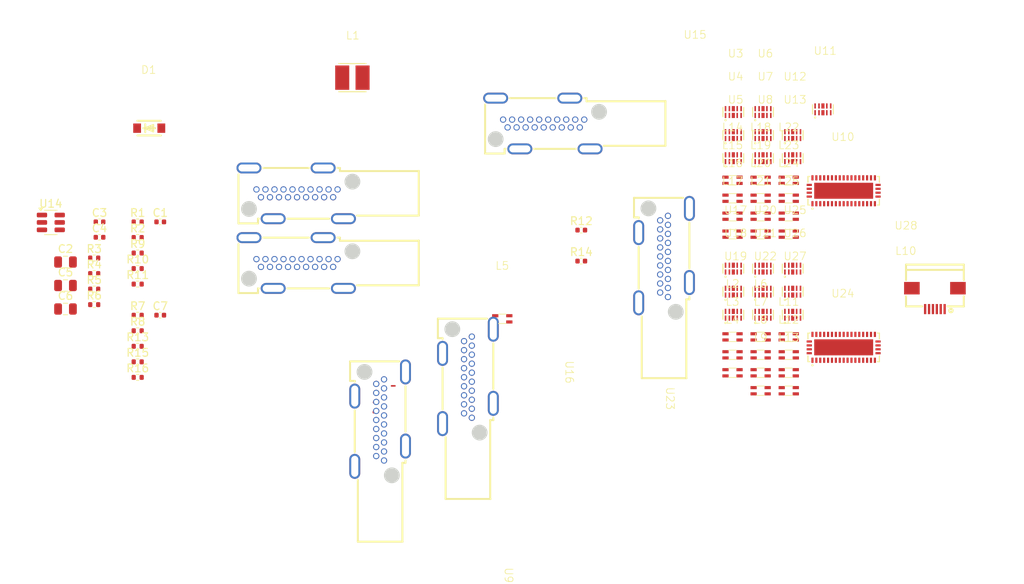
<source format=kicad_pcb>
(kicad_pcb (version 20240108) (generator "pcbnew") (generator_version "8.0")
  (layers (0 "F.Cu" signal) (31 "B.Cu" signal) (34 "B.Paste" user) (35 "F.Paste" user) (36 "B.SilkS" user "B.Silkscreen") (37 "F.SilkS" user "F.Silkscreen") (38 "B.Mask" user) (39 "F.Mask" user) (44 "Edge.Cuts" user))
  (net 0 "")
  (net 1 "GND")
  (net 2 "3V3")
  (net 3 "Net-(D1-K)")
  (net 4 "Net-(U14-SW)")
  (net 5 "Net-(U14-BS)")
  (net 6 "Net-(U14-FB)")
  (net 7 "Net-(U10-SEL1)")
  (net 8 "Net-(U10-EN)")
  (net 9 "Net-(U14-EN)")
  (net 10 "Net-(U24-SEL1)")
  (net 11 "Net-(U24-EN)")
  (net 12 "/hdmi_Port1/HDMI_C_HPD")
  (net 13 "+5V")
  (net 14 "/hdmi_Port1/HDMI_C_SDA")
  (net 15 "/hdmi_Port1/HDMI_C_SCL")
  (net 16 "/hdmi_port2/HDMI_SW2")
  (net 17 "/hdmi_port2/HDMI_F_SDA")
  (net 18 "/hdmi_port2/HDMI_F_HPD")
  (net 19 "/hdmi_Port1/HDMI_A_CEC")
  (net 20 "Net-(U1-D2-)")
  (net 21 "Net-(U1-D0-)")
  (net 22 "Net-(U1-D1+)")
  (net 24 "Net-(U1-SClock-)")
  (net 25 "Net-(U1-D0+)")
  (net 26 "Net-(U1-SClock+)")
  (net 27 "/hdmi_Port1/HDMI_A_HPD")
  (net 28 "Net-(U1-D1-)")
  (net 29 "/hdmi_Port1/HDMI_A_SDA")
  (net 30 "/hdmi_Port1/HDMI_A_SCL")
  (net 31 "HDMI_5V")
  (net 32 "Net-(U1-D2+)")
  (net 33 "Net-(U2-D1-)")
  (net 34 "Net-(U2-D0-)")
  (net 35 "Net-(U2-D2-)")
  (net 36 "Net-(U2-D2+)")
  (net 37 "Net-(U2-SClock+)")
  (net 38 "/hdmi_Port1/HDMI_C_CEC")
  (net 39 "Net-(U2-D1+)")
  (net 40 "Net-(U2-SClock-)")
  (net 42 "Net-(U2-D0+)")
  (net 43 "/hdmi_Port1/HDMI_B_SDA")
  (net 44 "Net-(U9-SClock-)")
  (net 45 "Net-(U9-D1+)")
  (net 46 "Net-(U9-D2+)")
  (net 47 "/hdmi_Port1/HDMI_B_HPD")
  (net 48 "Net-(U9-D0-)")
  (net 49 "/hdmi_Port1/HDMI_B_CEC")
  (net 50 "Net-(U9-SClock+)")
  (net 51 "Net-(U9-D2-)")
  (net 52 "unconnected-(U9-NC-Pad14)")
  (net 53 "Net-(U9-D1-)")
  (net 54 "/hdmi_Port1/HDMI_B_SCL")
  (net 55 "Net-(U9-D0+)")
  (net 56 "Net-(U15-D0+)")
  (net 57 "Net-(U15-D2+)")
  (net 58 "Net-(U15-SClock-)")
  (net 59 "Net-(U15-D1-)")
  (net 60 "/hdmi_port2/HDMI_D_HPD")
  (net 61 "/hdmi_port2/HDMI_D_SCL")
  (net 62 "Net-(U15-D0-)")
  (net 63 "Net-(U15-SClock+)")
  (net 64 "Net-(U15-D2-)")
  (net 65 "/hdmi_port2/HDMI_D_SDA")
  (net 66 "/hdmi_port2/HDMI_D_CEC")
  (net 68 "Net-(U15-D1+)")
  (net 69 "Net-(U16-D0+)")
  (net 71 "Net-(U16-SClock+)")
  (net 72 "Net-(U16-D1+)")
  (net 73 "/hdmi_port2/HDMI_F_SCL")
  (net 74 "Net-(U16-D0-)")
  (net 75 "Net-(U16-D2+)")
  (net 76 "Net-(U16-SClock-)")
  (net 77 "/hdmi_port2/HDMI_F_CEC")
  (net 78 "Net-(U16-D2-)")
  (net 79 "Net-(U16-D1-)")
  (net 80 "/hdmi_port2/HDMI_E_SDA")
  (net 81 "/hdmi_port2/HDMI_E_HPD")
  (net 83 "Net-(U23-D2-)")
  (net 84 "Net-(U23-D1-)")
  (net 85 "/hdmi_port2/HDMI_E_CEC")
  (net 86 "Net-(U23-D2+)")
  (net 87 "Net-(U23-D0-)")
  (net 88 "Net-(U23-SClock-)")
  (net 89 "Net-(U23-D1+)")
  (net 90 "Net-(U23-D0+)")
  (net 91 "Net-(U23-SClock+)")
  (net 92 "/hdmi_port2/HDMI_E_SCL")
  (net 93 "/hdmi_port2/HDMI_F_D2-")
  (net 94 "/hdmi_port2/HDMI_F_D2+")
  (net 95 "/hdmi_port2/HDMI_F_D1+")
  (net 96 "/hdmi_port2/HDMI_F_D1-")
  (net 97 "/hdmi_port2/HDMI_F_D0+")
  (net 98 "/hdmi_port2/HDMI_F_D0-")
  (net 99 "/hdmi_port2/HDMI_F_SClock-")
  (net 100 "/hdmi_port2/HDMI_F_SClock+")
  (net 101 "/hdmi_port2/HDMI_D_D2+")
  (net 102 "/hdmi_port2/HDMI_D_D2-")
  (net 103 "/hdmi_port2/HDMI_D_D1+")
  (net 104 "/hdmi_port2/HDMI_D_D1-")
  (net 105 "/hdmi_port2/HDMI_D_D0-")
  (net 106 "/hdmi_port2/HDMI_D_D0+")
  (net 107 "/hdmi_port2/HDMI_D_SClock+")
  (net 108 "/hdmi_port2/HDMI_D_SClock-")
  (net 109 "/hdmi_port2/HDMI_E_D2-")
  (net 110 "/hdmi_port2/HDMI_E_D2+")
  (net 111 "/hdmi_port2/HDMI_E_D1+")
  (net 112 "/hdmi_port2/HDMI_E_D1-")
  (net 113 "/hdmi_port2/HDMI_E_D0-")
  (net 114 "/hdmi_port2/HDMI_E_D0+")
  (net 115 "/hdmi_port2/HDMI_E_SClock+")
  (net 116 "/hdmi_port2/HDMI_E_SClock-")
  (net 117 "/hdmi_Port1/HDMI_C_D2+")
  (net 118 "/hdmi_Port1/HDMI_C_D2-")
  (net 119 "/hdmi_Port1/HDMI_C_D1-")
  (net 120 "/hdmi_Port1/HDMI_C_D1+")
  (net 121 "/hdmi_Port1/HDMI_C_D0+")
  (net 122 "/hdmi_Port1/HDMI_C_D0-")
  (net 123 "/hdmi_Port1/HDMI_C_SClock-")
  (net 124 "/hdmi_Port1/HDMI_C_SClock+")
  (net 125 "/hdmi_Port1/HDMI_A_D2+")
  (net 126 "/hdmi_Port1/HDMI_A_D2-")
  (net 127 "/hdmi_Port1/HDMI_A_D1-")
  (net 128 "/hdmi_Port1/HDMI_A_D1+")
  (net 129 "/hdmi_Port1/HDMI_A_D0-")
  (net 130 "/hdmi_Port1/HDMI_A_D0+")
  (net 131 "/hdmi_Port1/HDMI_A_SClock-")
  (net 132 "/hdmi_Port1/HDMI_A_SClock+")
  (net 133 "/hdmi_Port1/HDMI_B_D2+")
  (net 134 "/hdmi_Port1/HDMI_B_D2-")
  (net 135 "/hdmi_Port1/HDMI_B_D1-")
  (net 136 "/hdmi_Port1/HDMI_B_D1+")
  (net 137 "/hdmi_Port1/HDMI_B_D0+")
  (net 138 "/hdmi_Port1/HDMI_B_D0-")
  (net 139 "/hdmi_Port1/HDMI_B_SClock+")
  (net 140 "/hdmi_Port1/HDMI_B_SClock-")
  (net 141 "/hdmi_Port1/HDMI_A_ESD_D2+")
  (net 142 "/hdmi_Port1/HDMI_A_ESD_D2-")
  (net 143 "/hdmi_Port1/HDMI_A_ESD_D1+")
  (net 144 "/hdmi_Port1/HDMI_A_ESD_D1-")
  (net 145 "/hdmi_Port1/HDMI_A_ESD_D0+")
  (net 146 "/hdmi_Port1/HDMI_A_ESD_SClock-")
  (net 147 "/hdmi_Port1/HDMI_A_ESD_SClock+")
  (net 148 "/hdmi_Port1/HDMI_A_ESD_D0-")
  (net 149 "/hdmi_Port1/HDMI_A_ESD_SCL")
  (net 150 "/hdmi_Port1/HDMI_A_ESD_CEC")
  (net 151 "/hdmi_Port1/HDMI_A_ESD_SDA")
  (net 152 "/hdmi_Port1/HDMI_A_ESD_HPD")
  (net 153 "/hdmi_Port1/HDMI_C_ESD_D1+")
  (net 154 "/hdmi_Port1/HDMI_C_ESD_D2-")
  (net 155 "/hdmi_Port1/HDMI_C_ESD_D2+")
  (net 156 "/hdmi_Port1/HDMI_C_ESD_D1-")
  (net 157 "/hdmi_Port1/HDMI_C_ESD_D0+")
  (net 158 "/hdmi_Port1/HDMI_C_ESD_SClock-")
  (net 159 "/hdmi_Port1/HDMI_C_ESD_D0-")
  (net 160 "/hdmi_Port1/HDMI_C_ESD_SClock+")
  (net 161 "/hdmi_Port1/HDMI_C_ESD_CEC")
  (net 162 "/hdmi_Port1/HDMI_C_ESD_SCL")
  (net 163 "/hdmi_Port1/HDMI_C_ESD_HPD")
  (net 164 "/hdmi_Port1/HDMI_C_ESD_SDA")
  (net 165 "/hdmi_Port1/HDMI_B_ESD_CEC")
  (net 166 "/hdmi_Port1/HDMI_B_ESD_SDA")
  (net 167 "/hdmi_Port1/HDMI_SW1")
  (net 168 "/hdmi_Port1/HDMI_B_ESD_HPD")
  (net 169 "/hdmi_Port1/HDMI_B_ESD_D2+")
  (net 170 "/hdmi_Port1/HDMI_B_ESD_D1-")
  (net 171 "/hdmi_Port1/HDMI_B_ESD_SCL")
  (net 172 "/hdmi_Port1/HDMI_B_ESD_SClock+")
  (net 173 "/hdmi_Port1/HDMI_B_ESD_D0-")
  (net 176 "/hdmi_Port1/HDMI_B_ESD_SClock-")
  (net 177 "/hdmi_Port1/HDMI_B_ESD_D1+")
  (net 178 "/hdmi_Port1/HDMI_B_ESD_D2-")
  (net 179 "/hdmi_Port1/HDMI_B_ESD_D0+")
  (net 180 "/hdmi_port2/HDMI_D_ESD_D2+")
  (net 181 "/hdmi_port2/HDMI_D_ESD_D2-")
  (net 182 "/hdmi_port2/HDMI_D_ESD_D1-")
  (net 183 "/hdmi_port2/HDMI_D_ESD_D1+")
  (net 184 "/hdmi_port2/HDMI_D_ESD_D0-")
  (net 185 "/hdmi_port2/HDMI_D_ESD_SClock+")
  (net 186 "/hdmi_port2/HDMI_D_ESD_SClock-")
  (net 187 "/hdmi_port2/HDMI_D_ESD_D0+")
  (net 188 "/hdmi_port2/HDMI_D_ESD_SDA")
  (net 189 "/hdmi_port2/HDMI_D_ESD_SCL")
  (net 190 "/hdmi_port2/HDMI_D_ESD_HPD")
  (net 191 "/hdmi_port2/HDMI_D_ESD_CEC")
  (net 192 "/hdmi_port2/HDMI_F_ESD_D1-")
  (net 193 "/hdmi_port2/HDMI_F_ESD_D1+")
  (net 194 "/hdmi_port2/HDMI_F_ESD_D2+")
  (net 195 "/hdmi_port2/HDMI_F_ESD_D2-")
  (net 196 "/hdmi_port2/HDMI_F_ESD_D0+")
  (net 197 "/hdmi_port2/HDMI_F_ESD_D0-")
  (net 198 "/hdmi_port2/HDMI_F_ESD_SClock-")
  (net 199 "/hdmi_port2/HDMI_F_ESD_SClock+")
  (net 200 "/hdmi_port2/HDMI_F_ESD_HPD")
  (net 201 "/hdmi_port2/HDMI_F_ESD_CEC")
  (net 202 "/hdmi_port2/HDMI_F_ESD_SDA")
  (net 203 "/hdmi_port2/HDMI_F_ESD_SCL")
  (net 204 "/hdmi_port2/HDMI_E_ESD_SClock-")
  (net 207 "/hdmi_port2/HDMI_E_ESD_SClock+")
  (net 208 "/hdmi_port2/HDMI_E_ESD_D2-")
  (net 209 "/hdmi_port2/HDMI_E_ESD_D0-")
  (net 210 "/hdmi_port2/HDMI_E_ESD_CEC")
  (net 211 "/hdmi_port2/HDMI_E_ESD_SCL")
  (net 212 "/hdmi_port2/HDMI_E_ESD_D2+")
  (net 213 "/hdmi_port2/HDMI_E_ESD_D1-")
  (net 214 "/hdmi_port2/HDMI_E_ESD_HPD")
  (net 215 "/hdmi_port2/HDMI_E_ESD_D1+")
  (net 216 "/hdmi_port2/HDMI_E_ESD_SDA")
  (net 217 "/hdmi_port2/HDMI_E_ESD_D0+")
  (footprint "HdmiSwitch:TPRCLAMP0524P" (layer "F.Cu") (at 150.2045 57.278)
    (property "Reference" "U22")
    (property "Value" "~")
  )
  (footprint "HdmiSwitch:TPRCLAMP0524P" (layer "F.Cu") (at 146.4 37.218)
    (property "Reference" "U5")
    (property "Value" "~")
  )
  (footprint "Resistor_SMD:R_0402_1005Metric" (layer "F.Cu") (at 70.09 51.36)
    (property "Reference" "R10")
    (property "Value" "2k")
  )
  (footprint "HdmiSwitch:TPRCLAMP0524P" (layer "F.Cu") (at 150.2045 34.2625)
    (property "Reference" "U7")
    (property "Value" "~")
  )
  (footprint "HdmiSwitch:ACM2012-900-2P-T002" (layer "F.Cu") (at 146.29875 60.1105)
    (property "Reference" "L2")
    (property "Value" "~")
  )
  (footprint "HdmiSwitch:ACM2012-900-2P-T002" (layer "F.Cu") (at 146.29875 46.9505)
    (property "Reference" "L17")
    (property "Value" "~")
  )
  (footprint "HdmiSwitch:ACM2012-900-2P-T002" (layer "F.Cu") (at 146.29875 64.7105)
    (property "Reference" "L4")
    (property "Value" "~")
  )
  (footprint "HdmiSwitch:HDMI侧插" (layer "F.Cu") (at 137.7 29.9)
    (property "Reference" "U15")
    (property "Value" "~")
    (fp_poly (pts (xy -20.734 4.875) (xy -20.753522 4.676788) (xy -20.811338 4.486194) (xy -20.905227 4.310541) (xy -21.03158 4.15658) (xy -21.185541 4.030227) (xy -21.361194 3.936338) (xy -21.551788 3.878522) (xy -21.75 3.859) (xy -21.948212 3.878522) (xy -22.138806 3.936338) (xy -22.314459 4.030227) (xy -22.46842 4.15658) (xy -22.594773 4.310541) (xy -22.688662 4.486194) (xy -22.746478 4.676788) (xy -22.766 4.875) (xy -22.746478 5.073212) (xy -22.688662 5.263806) (xy -22.594773 5.439459) (xy -22.46842 5.59342) (xy -22.314459 5.719773) (xy -22.138806 5.813662) (xy -21.948212 5.871478) (xy -21.75 5.891) (xy -21.551788 5.871478) (xy -21.361194 5.813662) (xy -21.185541 5.719773) (xy -21.03158 5.59342) (xy -20.905227 5.439459) (xy -20.811338 5.263806) (xy -20.753522 5.073212)) (fill solid) (layer "Edge.Cuts"))
    (fp_poly (pts (xy -7.484 1.375) (xy -7.503522 1.176788) (xy -7.561338 0.986194) (xy -7.655227 0.810541) (xy -7.78158 0.65658) (xy -7.935541 0.530227) (xy -8.111194 0.436338) (xy -8.301788 0.378522) (xy -8.5 0.359) (xy -8.698212 0.378522) (xy -8.888806 0.436338) (xy -9.064459 0.530227) (xy -9.21842 0.65658) (xy -9.344773 0.810541) (xy -9.438662 0.986194) (xy -9.496478 1.176788) (xy -9.516 1.375) (xy -9.496478 1.573212) (xy -9.438662 1.763806) (xy -9.344773 1.939459) (xy -9.21842 2.09342) (xy -9.064459 2.219773) (xy -8.888806 2.313662) (xy -8.698212 2.371478) (xy -8.5 2.391) (xy -8.301788 2.371478) (xy -8.111194 2.313662) (xy -7.935541 2.219773) (xy -7.78158 2.09342) (xy -7.655227 1.939459) (xy -7.561338 1.763806) (xy -7.503522 1.573212)) (fill solid) (layer "Edge.Cuts"))
  )
  (footprint "HdmiSwitch:TPRCLAMP0524P" (layer "F.Cu") (at 154.009 51.367)
    (property "Reference" "U25")
    (property "Value" "~")
  )
  (footprint "HdmiSwitch:二极管" (layer "F.Cu") (at 71.5 33.5)
    (property "Reference" "D1")
    (property "Value" "D")
  )
  (footprint "Resistor_SMD:R_0402_1005Metric" (layer "F.Cu") (at 70.09 45.39)
    (property "Reference" "R1")
    (property "Value" "10k")
  )
  (footprint "Resistor_SMD:R_0402_1005Metric" (layer "F.Cu") (at 70.09 61.32)
    (property "Reference" "R13")
    (property "Value" "10k")
  )
  (footprint "HdmiSwitch:TPRCLAMP0524P" (layer "F.Cu") (at 154.009 54.3225)
    (property "Reference" "U26")
    (property "Value" "~")
  )
  (footprint "HdmiSwitch:TPRCLAMP0524P" (layer "F.Cu") (at 146.4 54.3225)
    (property "Reference" "U18")
    (property "Value" "~")
  )
  (footprint "HdmiSwitch:HDMI侧插" (layer "F.Cu") (at 106.1 47.773)
    (property "Reference" "U2" (hide yes))
    (property "Value" "~")
    (fp_poly (pts (xy -20.734 4.875) (xy -20.753522 4.676788) (xy -20.811338 4.486194) (xy -20.905227 4.310541) (xy -21.03158 4.15658) (xy -21.185541 4.030227) (xy -21.361194 3.936338) (xy -21.551788 3.878522) (xy -21.75 3.859) (xy -21.948212 3.878522) (xy -22.138806 3.936338) (xy -22.314459 4.030227) (xy -22.46842 4.15658) (xy -22.594773 4.310541) (xy -22.688662 4.486194) (xy -22.746478 4.676788) (xy -22.766 4.875) (xy -22.746478 5.073212) (xy -22.688662 5.263806) (xy -22.594773 5.439459) (xy -22.46842 5.59342) (xy -22.314459 5.719773) (xy -22.138806 5.813662) (xy -21.948212 5.871478) (xy -21.75 5.891) (xy -21.551788 5.871478) (xy -21.361194 5.813662) (xy -21.185541 5.719773) (xy -21.03158 5.59342) (xy -20.905227 5.439459) (xy -20.811338 5.263806) (xy -20.753522 5.073212)) (fill solid) (layer "Edge.Cuts"))
    (fp_poly (pts (xy -7.484 1.375) (xy -7.503522 1.176788) (xy -7.561338 0.986194) (xy -7.655227 0.810541) (xy -7.78158 0.65658) (xy -7.935541 0.530227) (xy -8.111194 0.436338) (xy -8.301788 0.378522) (xy -8.5 0.359) (xy -8.698212 0.378522) (xy -8.888806 0.436338) (xy -9.064459 0.530227) (xy -9.21842 0.65658) (xy -9.344773 0.810541) (xy -9.438662 0.986194) (xy -9.496478 1.176788) (xy -9.516 1.375) (xy -9.496478 1.573212) (xy -9.438662 1.763806) (xy -9.344773 1.939459) (xy -9.21842 2.09342) (xy -9.064459 2.219773) (xy -8.888806 2.313662) (xy -8.698212 2.371478) (xy -8.5 2.391) (xy -8.301788 2.371478) (xy -8.111194 2.313662) (xy -7.935541 2.219773) (xy -7.78158 2.09342) (xy -7.655227 1.939459) (xy -7.561338 1.763806) (xy -7.503522 1.573212)) (fill solid) (layer "Edge.Cuts"))
  )
  (footprint "HdmiSwitch:HDMI侧插" (layer "F.Cu") (at 140.4 65.4 -90)
    (property "Reference" "U23")
    (property "Value" "~")
    (fp_poly (pts (xy -20.734 4.875) (xy -20.753522 4.676788) (xy -20.811338 4.486194) (xy -20.905227 4.310541) (xy -21.03158 4.15658) (xy -21.185541 4.030227) (xy -21.361194 3.936338) (xy -21.551788 3.878522) (xy -21.75 3.859) (xy -21.948212 3.878522) (xy -22.138806 3.936338) (xy -22.314459 4.030227) (xy -22.46842 4.15658) (xy -22.594773 4.310541) (xy -22.688662 4.486194) (xy -22.746478 4.676788) (xy -22.766 4.875) (xy -22.746478 5.073212) (xy -22.688662 5.263806) (xy -22.594773 5.439459) (xy -22.46842 5.59342) (xy -22.314459 5.719773) (xy -22.138806 5.813662) (xy -21.948212 5.871478) (xy -21.75 5.891) (xy -21.551788 5.871478) (xy -21.361194 5.813662) (xy -21.185541 5.719773) (xy -21.03158 5.59342) (xy -20.905227 5.439459) (xy -20.811338 5.263806) (xy -20.753522 5.073212)) (fill solid) (layer "Edge.Cuts"))
    (fp_poly (pts (xy -7.484 1.375) (xy -7.503522 1.176788) (xy -7.561338 0.986194) (xy -7.655227 0.810541) (xy -7.78158 0.65658) (xy -7.935541 0.530227) (xy -8.111194 0.436338) (xy -8.301788 0.378522) (xy -8.5 0.359) (xy -8.698212 0.378522) (xy -8.888806 0.436338) (xy -9.064459 0.530227) (xy -9.21842 0.65658) (xy -9.344773 0.810541) (xy -9.438662 0.986194) (xy -9.496478 1.176788) (xy -9.516 1.375) (xy -9.496478 1.573212) (xy -9.438662 1.763806) (xy -9.344773 1.939459) (xy -9.21842 2.09342) (xy -9.064459 2.219773) (xy -8.888806 2.313662) (xy -8.698212 2.371478) (xy -8.5 2.391) (xy -8.301788 2.371478) (xy -8.111194 2.313662) (xy -7.935541 2.219773) (xy -7.78158 2.09342) (xy -7.655227 1.939459) (xy -7.561338 1.763806) (xy -7.503522 1.573212)) (fill solid) (layer "Edge.Cuts"))
  )
  (footprint "Capacitor_SMD:C_0402_1005Metric" (layer "F.Cu") (at 72.98 57.33)
    (property "Reference" "C7")
    (property "Value" "100nF")
  )
  (footprint "HdmiSwitch:TPRCLAMP0524P" (layer "F.Cu") (at 150.2045 51.367)
    (property "Reference" "U20")
    (property "Value" "~")
  )
  (footprint "HdmiSwitch:ACM2012-900-2P-T002" (layer "F.Cu") (at 153.50275 44.6505)
    (property "Reference" "L24")
    (property "Value" "~")
  )
  (footprint "Resistor_SMD:R_0402_1005Metric" (layer "F.Cu") (at 70.09 53.35)
    (property "Reference" "R11")
    (property "Value" "2k")
  )
  (footprint "HdmiSwitch:TPRCLAMP0524P" (layer "F.Cu") (at 157.87775 30.95975)
    (property "Reference" "U11")
    (property "Value" "~")
  )
  (footprint "HdmiSwitch:ACM2012-900-2P-T002" (layer "F.Cu") (at 153.50275 46.9505)
    (property "Reference" "L25")
    (property "Value" "~")
  )
  (footprint "HdmiSwitch:HDMI侧插" (layer "F.Cu") (at 106.1 38.846)
    (property "Reference" "U1" (hide yes))
    (property "Value" "~")
    (fp_poly (pts (xy -20.734 4.875) (xy -20.753522 4.676788) (xy -20.811338 4.486194) (xy -20.905227 4.310541) (xy -21.03158 4.15658) (xy -21.185541 4.030227) (xy -21.361194 3.936338) (xy -21.551788 3.878522) (xy -21.75 3.859) (xy -21.948212 3.878522) (xy -22.138806 3.936338) (xy -22.314459 4.030227) (xy -22.46842 4.15658) (xy -22.594773 4.310541) (xy -22.688662 4.486194) (xy -22.746478 4.676788) (xy -22.766 4.875) (xy -22.746478 5.073212) (xy -22.688662 5.263806) (xy -22.594773 5.439459) (xy -22.46842 5.59342) (xy -22.314459 5.719773) (xy -22.138806 5.813662) (xy -21.948212 5.871478) (xy -21.75 5.891) (xy -21.551788 5.871478) (xy -21.361194 5.813662) (xy -21.185541 5.719773) (xy -21.03158 5.59342) (xy -20.905227 5.439459) (xy -20.811338 5.263806) (xy -20.753522 5.073212)) (fill solid) (layer "Edge.Cuts"))
    (fp_poly (pts (xy -7.484 1.375) (xy -7.503522 1.176788) (xy -7.561338 0.986194) (xy -7.655227 0.810541) (xy -7.78158 0.65658) (xy -7.935541 0.530227) (xy -8.111194 0.436338) (xy -8.301788 0.378522) (xy -8.5 0.359) (xy -8.698212 0.378522) (xy -8.888806 0.436338) (xy -9.064459 0.530227) (xy -9.21842 0.65658) (xy -9.344773 0.810541) (xy -9.438662 0.986194) (xy -9.496478 1.176788) (xy -9.516 1.375) (xy -9.496478 1.573212) (xy -9.438662 1.763806) (xy -9.344773 1.939459) (xy -9.21842 2.09342) (xy -9.064459 2.219773) (xy -8.888806 2.313662) (xy -8.698212 2.371478) (xy -8.5 2.391) (xy -8.301788 2.371478) (xy -8.111194 2.313662) (xy -7.935541 2.219773) (xy -7.78158 2.09342) (xy -7.655227 1.939459) (xy -7.561338 1.763806) (xy -7.503522 1.573212)) (fill solid) (layer "Edge.Cuts"))
  )
  (footprint "HdmiSwitch:TPRCLAMP0524P" (layer "F.Cu") (at 146.4 57.278)
    (property "Reference" "U19")
    (property "Value" "~")
  )
  (footprint "HdmiSwitch:ACM2012-900-2P-T002" (layer "F.Cu") (at 149.90075 40.0505)
    (property "Reference" "L18")
    (property "Value" "~")
  )
  (footprint "Capacitor_SMD:C_0402_1005Metric" (layer "F.Cu") (at 65.2 47.35)
    (property "Reference" "C4")
    (property "Value" "22pF")
  )
  (footprint "HdmiSwitch:TPRCLAMP0524P" (layer "F.Cu") (at 150.2045 31.307)
    (property "Reference" "U6")
    (property "Value" "~")
  )
  (footprint "Resistor_SMD:R_0402_1005Metric" (layer "F.Cu") (at 70.09 63.31)
    (property "Reference" "R15")
    (property "Value" "2k")
  )
  (footprint "HdmiSwitch:TPRCLAMP0524P" (layer "F.Cu") (at 154.009 37.218)
    (property "Reference" "U13")
    (property "Value" "~")
  )
  (footprint "HdmiSwitch:FPC座子6P翻盖下接" (layer "F.Cu") (at 168.52775 50.8515)
    (property "Reference" "U28")
    (property "Value" "~")
  )
  (footprint "Resistor_SMD:R_0402_1005Metric" (layer "F.Cu") (at 64.52 55.98)
    (property "Reference" "R6")
    (property "Value" "15k")
  )
  (footprint "HdmiSwitch:TPRCLAMP0524P" (layer "F.Cu") (at 150.2045 54.3225)
    (property "Reference" "U21")
    (property "Value" "~")
  )
  (footprint "Capacitor_SMD:C_0402_1005Metric" (layer "F.Cu") (at 126.92 50.4)
    (property "Reference" "R14")
    (property "Value" "2k")
  )
  (footprint "Capacitor_SMD:C_0402_1005Metric" (layer "F.Cu") (at 126.92 46.43)
    (property "Reference" "R12")
    (property "Value" "10k")
  )
  (footprint "HdmiSwitch:HDMI侧插" (layer "F.Cu") (at 104.025 86.35 -90)
    (property "Reference" "U9")
    (property "Value" "~")
    (fp_poly (pts (xy -20.734 4.875) (xy -20.753522 4.676788) (xy -20.811338 4.486194) (xy -20.905227 4.310541) (xy -21.03158 4.15658) (xy -21.185541 4.030227) (xy -21.361194 3.936338) (xy -21.551788 3.878522) (xy -21.75 3.859) (xy -21.948212 3.878522) (xy -22.138806 3.936338) (xy -22.314459 4.030227) (xy -22.46842 4.15658) (xy -22.594773 4.310541) (xy -22.688662 4.486194) (xy -22.746478 4.676788) (xy -22.766 4.875) (xy -22.746478 5.073212) (xy -22.688662 5.263806) (xy -22.594773 5.439459) (xy -22.46842 5.59342) (xy -22.314459 5.719773) (xy -22.138806 5.813662) (xy -21.948212 5.871478) (xy -21.75 5.891) (xy -21.551788 5.871478) (xy -21.361194 5.813662) (xy -21.185541 5.719773) (xy -21.03158 5.59342) (xy -20.905227 5.439459) (xy -20.811338 5.263806) (xy -20.753522 5.073212)) (fill solid) (layer "Edge.Cuts"))
    (fp_poly (pts (xy -7.484 1.375) (xy -7.503522 1.176788) (xy -7.561338 0.986194) (xy -7.655227 0.810541) (xy -7.78158 0.65658) (xy -7.935541 0.530227) (xy -8.111194 0.436338) (xy -8.301788 0.378522) (xy -8.5 0.359) (xy -8.698212 0.378522) (xy -8.888806 0.436338) (xy -9.064459 0.530227) (xy -9.21842 0.65658) (xy -9.344773 0.810541) (xy -9.438662 0.986194) (xy -9.496478 1.176788) (xy -9.516 1.375) (xy -9.496478 1.573212) (xy -9.438662 1.763806) (xy -9.344773 1.939459) (xy -9.21842 2.09342) (xy -9.064459 2.219773) (xy -8.888806 2.313662) (xy -8.698212 2.371478) (xy -8.5 2.391) (xy -8.301788 2.371478) (xy -8.111194 2.313662) (xy -7.935541 2.219773) (xy -7.78158 2.09342) (xy -7.655227 1.939459) (xy -7.561338 1.763806) (xy -7.503522 1.573212)) (fill solid) (layer "Edge.Cuts"))
  )
  (footprint "HdmiSwitch:TPRCLAMP0524P" (layer "F.Cu") (at 150.2045 37.218)
    (property "Reference" "U8")
    (property "Value" "~")
  )
  (footprint "Resistor_SMD:R_0402_1005Metric" (layer "F.Cu") (at 70.09 65.3)
    (property "Reference" "R16")
    (property "Value" "100k")
  )
  (footprint "HdmiSwitch:ACM2012-900-2P-T002" (layer "F.Cu") (at 149.90075 44.6505)
    (property "Reference" "L20")
    (property "Value" "~")
  )
  (footprint "Capacitor_SMD:C_0805_2012Metric" (layer "F.Cu") (at 60.84 50.52)
    (property "Reference" "C2")
    (property "Value" "22uF")
  )
  (footprint "HdmiSwitch:TS3DV642" (layer "F.Cu") (at 160.53775 41.3915)
    (property "Reference" "U10")
    (property "Value" "~")
  )
  (footprint "HdmiSwitch:ACM2012-900-2P-T002" (layer "F.Cu") (at 149.90075 62.4105)
    (property "Reference" "L7")
    (property "Value" "~")
  )
  (footprint "HdmiSwitch:ACM2012-900-2P-T002" (layer "F.Cu") (at 153.50275 64.7105)
    (property "Reference" "L12")
    (property "Value" "~")
  )
  (footprint "Resistor_SMD:R_0402_1005Metric" (layer "F.Cu") (at 70.09 47.38)
    (property "Reference" "R2")
    (property "Value" "10k")
  )
  (footprint "HdmiSwitch:TPRCLAMP0524P" (layer "F.Cu") (at 146.4 51.367)
    (property "Reference" "U17")
    (property "Value" "~")
  )
  (footprint "HdmiSwitch:ACM2012-900-2P-T002" (layer "F.Cu") (at 153.50275 60.1105)
    (property "Reference" "L10")
    (property "Value" "~")
  )
  (footprint "Resistor_SMD:R_0402_1005Metric" (layer "F.Cu") (at 70.09 49.37)
    (property "Reference" "R9")
    (property "Value" "100k")
  )
  (footprint "HdmiSwitch:CD32" (layer "F.Cu") (at 97.647 26.9)
    (property "Reference" "L1")
    (property "Value" "4.7uH")
  )
  (footprint "Capacitor_SMD:C_0402_1005Metric" (layer "F.Cu") (at 65.2 45.38)
    (property "Reference" "C3")
    (property "Value" "22nF")
  )
  (footprint "HdmiSwitch:TS3DV642" (layer "F.Cu") (at 160.53775 61.4515)
    (property "Reference" "U24")
    (property "Value" "~")
  )
  (footprint "Resistor_SMD:R_0402_1005Metric" (layer "F.Cu") (at 70.09 59.33)
    (property "Reference" "R8")
    (property "Value" "10k")
  )
  (footprint "HdmiSwitch:ACM2012-900-2P-T002" (layer "F.Cu") (at 153.50275 62.4105)
    (property "Reference" "L11")
    (property "Value" "~")
  )
  (footprint "HdmiSwitch:ACM2012-900-2P-T002" (layer "F.Cu") (at 149.90075 42.3505)
    (property "Reference" "L19")
    (property "Value" "~")
  )
  (footprint "Capacitor_SMD:C_0805_2012Metric" (layer "F.Cu") (at 60.84 56.54)
    (property "Reference" "C6")
    (property "Value" "22uF")
  )
  (footprint "HdmiSwitch:ACM2012-900-2P-T002" (layer "F.Cu") (at 149.90075 64.7105)
    (property "Reference" "L8")
    (property "Value" "~")
  )
  (footprint "HdmiSwitch:ACM2012-900-2P-T002" (layer "F.Cu") (at 146.29875 44.6505)
    (property "Reference" "L16")
    (property "Value" "~")
  )
  (footprint "HdmiSwitch:TPRCLAMP0524P" (layer "F.Cu") (at 146.4 31.307)
    (property "Reference" "U3")
    (property "Value" "~")
  )
  (footprint "Resistor_SMD:R_0402_1005Metric" (layer "F.Cu") (at 64.52 53.99)
    (property "Reference" "R5")
    (property "Value" "67.5k")
  )
  (footprint "HdmiSwitch:ACM2012-900-2P-T002" (layer "F.Cu") (at 146.29875 40.0505)
    (property "Reference" "L14")
    (property "Value" "~")
  )
  (footprint "HdmiSwitch:ACM2012-900-2P-T002" (layer "F.Cu") (at 116.8 57.8)
    (property "Reference" "L5")
    (property "Value" "~")
  )
  (footprint "HdmiSwitch:TPRCLAMP0524P" (layer "F.Cu") (at 154.009 57.278)
    (property "Reference" "U27")
    (property "Value" "~")
  )
  (footprint "Capacitor_SMD:C_0805_2012Metric" (layer "F.Cu") (at 60.84 53.53)
    (property "Reference" "C5")
    (property "Value" "22uF")
  )
  (footprint "HdmiSwitch:ACM2012-900-2P-T002" (layer "F.Cu") (at 153.50275 40.0505)
    (property "Reference" "L22")
    (property "Value" "~")
  )
  (footprint "HdmiSwitch:ACM2012-900-2P-T002" (layer "F.Cu") (at 146.29875 42.3505)
    (property "Reference" "L15")
    (property "Value" "~")
  )
  (footprint "HdmiSwitch:ACM2012-900-2P-T002" (layer "F.Cu") (at 149.90075 60.1105)
    (property "Reference" "L6")
    (property "Value" "~")
  )
  (footprint "HdmiSwitch:ACM2012-900-2P-T002" (layer "F.Cu") (at 153.50275 67.0105)
    (property "Reference" "L13")
    (property "Value" "~")
  )
  (footprint "HdmiSwitch:HDMI侧插" (layer "F.Cu") (at 115.275 80.875 -90)
    (property "Reference" "U16")
    (property "Value" "~")
    (fp_poly (pts (xy -20.734 4.875) (xy -20.753522 4.676788) (xy -20.811338 4.486194) (xy -20.905227 4.310541) (xy -21.03158 4.15658) (xy -21.185541 4.030227) (xy -21.361194 3.936338) (xy -21.551788 3.878522) (xy -21.75 3.859) (xy -21.948212 3.878522) (xy -22.138806 3.936338) (xy -22.314459 4.030227) (xy -22.46842 4.15658) (xy -22.594773 4.310541) (xy -22.688662 4.486194) (xy -22.746478 4.676788) (xy -22.766 4.875) (xy -22.746478 5.073212) (xy -22.688662 5.263806) (xy -22.594773 5.439459) (xy -22.46842 5.59342) (xy -22.314459 5.719773) (xy -22.138806 5.813662) (xy -21.948212 5.871478) (xy -21.75 5.891) (xy -21.551788 5.871478) (xy -21.361194 5.813662) (xy -21.185541 5.719773) (xy -21.03158 5.59342) (xy -20.905227 5.439459) (xy -20.811338 5.263806) (xy -20.753522 5.073212)) (fill solid) (layer "Edge.Cuts"))
    (fp_poly (pts (xy -7.484 1.375) (xy -7.503522 1.176788) (xy -7.561338 0.986194) (xy -7.655227 0.810541) (xy -7.78158 0.65658) (xy -7.935541 0.530227) (xy -8.111194 0.436338) (xy -8.301788 0.378522) (xy -8.5 0.359) (xy -8.698212 0.378522) (xy -8.888806 0.436338) (xy -9.064459 0.530227) (xy -9.21842 0.65658) (xy -9.344773 0.810541) (xy -9.438662 0.986194) (xy -9.496478 1.176788) (xy -9.516 1.375) (xy -9.496478 1.573212) (xy -9.438662 1.763806) (xy -9.344773 1.939459) (xy -9.21842 2.09342) (xy -9.064459 2.219773) (xy -8.888806 2.313662) (xy -8.698212 2.371478) (xy -8.5 2.391) (xy -8.301788 2.371478) (xy -8.111194 2.313662) (xy -7.935541 2.219773) (xy -7.78158 2.09342) (xy -7.655227 1.939459) (xy -7.561338 1.763806) (xy -7.503522 1.573212)) (fill solid) (layer "Edge.Cuts"))
  )
  (footprint "Capacitor_SMD:C_0402_1005Metric" (layer "F.Cu") (at 72.98 45.38)
    (property "Reference" "C1")
    (property "Value" "100nF")
  )
  (footprint "Resistor_SMD:R_0402_1005Metric" (layer "F.Cu") (at 64.52 50.01)
    (property "Reference" "R3")
    (property "Value" "100k")
  )
  (footprint "HdmiSwitch:TPRCLAMP0524P" (layer "F.Cu") (at 146.4 34.2625)
    (property "Reference" "U4")
    (property "Value" "~")
  )
  (footprint "Resistor_SMD:R_0402_1005Metric" (layer "F.Cu") (at 70.09 57.34)
    (property "Reference" "R7")
    (property "Value" "10k")
  )
  (footprint "HdmiSwitch:ACM2012-900-2P-T002" (layer "F.Cu") (at 149.90075 46.9505)
    (property "Reference" "L21")
    (property "Value" "~")
  )
  (footprint "HdmiSwitch:TPRCLAMP0524P" (layer "F.Cu") (at 154.009 34.2625)
    (property "Reference" "U12")
    (property "Value" "~")
  )
  (footprint "HdmiSwitch:ACM2012-900-2P-T002" (layer "F.Cu") (at 153.50275 42.3505)
    (property "Reference" "L23")
    (property "Value" "~")
  )
  (footprint "Package_TO_SOT_SMD:SOT-23-6" (layer "F.Cu") (at 58.9625 45.45)
    (property "Reference" "U14")
    (property "Value" "~")
  )
  (footprint "Resistor_SMD:R_0402_1005Metric" (layer "F.Cu") (at 64.52 52)
    (property "Reference" "R4")
    (property "Value" "30k")
  )
  (footprint "HdmiSwitch:ACM2012-900-2P-T002" (layer "F.Cu") (at 146.29875 62.4105)
    (property "Reference" "L3")
    (property "Value" "~")
  )
  (footprint "HdmiSwitch:ACM2012-900-2P-T002" (layer "F.Cu") (at 149.90075 67.0105)
    (property "Reference" "L9")
    (property "Value" "~")
  )
  (segment (start 102.61 66.39) (end 103.05 66.39) (width 0.2) (layer "F.Cu") (net 1))
  (segment (start 100.3 69.8) (end 100.3 69.82005) (width 0.2) (layer "F.Cu") (net 44))
  (segment (start 100.3 69.655) (end 100.3 69.8) (width 0.2) (layer "F.Cu") (net 44))
  (segment (start 100.3 68.5) (end 100.4 68.6) (width 0.2) (layer "F.Cu") (net 52))
)
</source>
